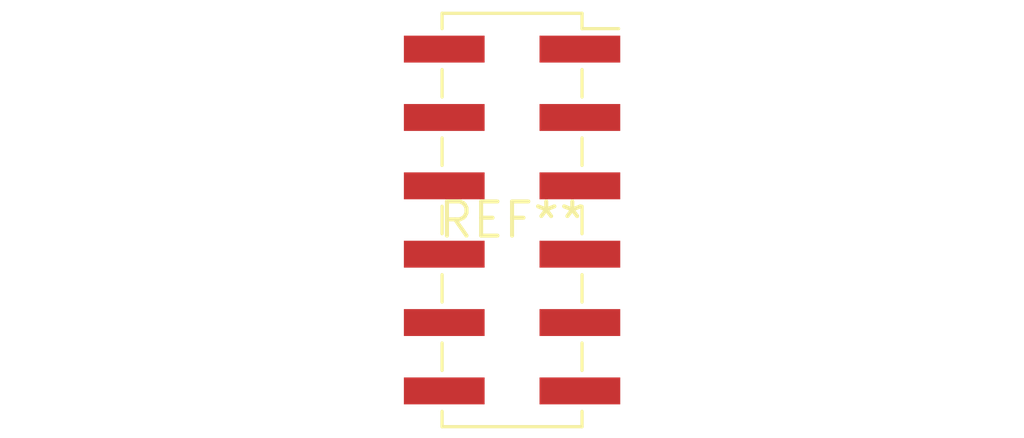
<source format=kicad_pcb>
(kicad_pcb (version 20240108) (generator pcbnew)
  (layers (0 "F.Cu" signal) (31 "B.Cu" signal) (34 "B.Paste" user) (35 "F.Paste" user) (36 "B.SilkS" user "B.Silkscreen") (37 "F.SilkS" user "F.Silkscreen") (38 "B.Mask" user) (39 "F.Mask" user) (44 "Edge.Cuts" user))
  (net 0 "")
  (footprint "PinSocket_2x06_P2.54mm_Vertical_SMD" (layer "F.Cu") (at 0 0)
    (property "Reference" "REF**")
    (property "Value" "PinSocket_2x06_P2.54mm_Vertical_SMD")
    (fp_line (start -2.6 -7.68) (end -2.6 -7.11) (layer "F.SilkS") (stroke (width 0.12)))
    (fp_line (start -2.6 -7.68) (end 2.6 -7.68) (layer "F.SilkS") (stroke (width 0.12)))
    (fp_line (start -2.6 -5.59) (end -2.6 -4.57) (layer "F.SilkS") (stroke (width 0.12)))
    (fp_line (start -2.6 -3.05) (end -2.6 -2.03) (layer "F.SilkS") (stroke (width 0.12)))
    (fp_line (start -2.6 -0.51) (end -2.6 0.51) (layer "F.SilkS") (stroke (width 0.12)))
    (fp_line (start -2.6 2.03) (end -2.6 3.05) (layer "F.SilkS") (stroke (width 0.12)))
    (fp_line (start -2.6 4.57) (end -2.6 5.59) (layer "F.SilkS") (stroke (width 0.12)))
    (fp_line (start -2.6 7.11) (end -2.6 7.68) (layer "F.SilkS") (stroke (width 0.12)))
    (fp_line (start -2.6 7.68) (end 2.6 7.68) (layer "F.SilkS") (stroke (width 0.12)))
    (fp_line (start 2.6 -7.68) (end 2.6 -7.11) (layer "F.SilkS") (stroke (width 0.12)))
    (fp_line (start 2.6 -7.11) (end 3.96 -7.11) (layer "F.SilkS") (stroke (width 0.12)))
    (fp_line (start 2.6 -5.59) (end 2.6 -4.57) (layer "F.SilkS") (stroke (width 0.12)))
    (fp_line (start 2.6 -3.05) (end 2.6 -2.03) (layer "F.SilkS") (stroke (width 0.12)))
    (fp_line (start 2.6 -0.51) (end 2.6 0.51) (layer "F.SilkS") (stroke (width 0.12)))
    (fp_line (start 2.6 2.03) (end 2.6 3.05) (layer "F.SilkS") (stroke (width 0.12)))
    (fp_line (start 2.6 4.57) (end 2.6 5.59) (layer "F.SilkS") (stroke (width 0.12)))
    (fp_line (start 2.6 7.11) (end 2.6 7.68) (layer "F.SilkS") (stroke (width 0.12)))
    (pad "1" smd rect (at 2.52 -6.35) (size 3 1) (layers "F.Cu" "F.Paste" "F.Mask"))
    (pad "2" smd rect (at -2.52 -6.35) (size 3 1) (layers "F.Cu" "F.Paste" "F.Mask"))
    (pad "3" smd rect (at 2.52 -3.81) (size 3 1) (layers "F.Cu" "F.Paste" "F.Mask"))
    (pad "4" smd rect (at -2.52 -3.81) (size 3 1) (layers "F.Cu" "F.Paste" "F.Mask"))
    (pad "5" smd rect (at 2.52 -1.27) (size 3 1) (layers "F.Cu" "F.Paste" "F.Mask"))
    (pad "6" smd rect (at -2.52 -1.27) (size 3 1) (layers "F.Cu" "F.Paste" "F.Mask"))
    (pad "7" smd rect (at 2.52 1.27) (size 3 1) (layers "F.Cu" "F.Paste" "F.Mask"))
    (pad "8" smd rect (at -2.52 1.27) (size 3 1) (layers "F.Cu" "F.Paste" "F.Mask"))
    (pad "9" smd rect (at 2.52 3.81) (size 3 1) (layers "F.Cu" "F.Paste" "F.Mask"))
    (pad "10" smd rect (at -2.52 3.81) (size 3 1) (layers "F.Cu" "F.Paste" "F.Mask"))
    (pad "11" smd rect (at 2.52 6.35) (size 3 1) (layers "F.Cu" "F.Paste" "F.Mask"))
    (pad "12" smd rect (at -2.52 6.35) (size 3 1) (layers "F.Cu" "F.Paste" "F.Mask"))
  )
)
</source>
